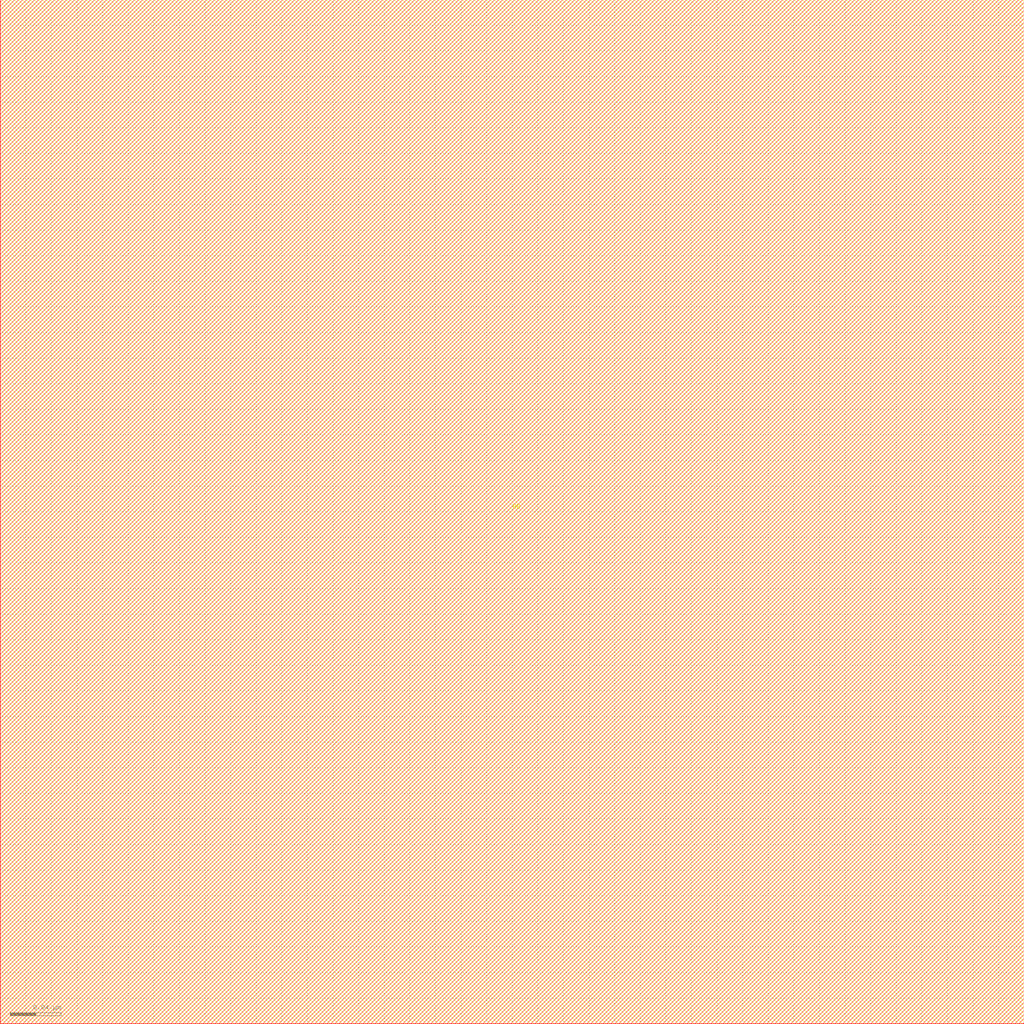
<source format=lef>
# BSD 3-Clause License
# 
# Copyright 2020 Lawrence T. Clark, Vinay Vashishtha, or Arizona State
# University
# 
# Redistribution and use in source and binary forms, with or without
# modification, are permitted provided that the following conditions are met:
# 
# 1. Redistributions of source code must retain the above copyright notice,
# this list of conditions and the following disclaimer.
# 
# 2. Redistributions in binary form must reproduce the above copyright
# notice, this list of conditions and the following disclaimer in the
# documentation and/or other materials provided with the distribution.
# 
# 3. Neither the name of the copyright holder nor the names of its
# contributors may be used to endorse or promote products derived from this
# software without specific prior written permission.
# 
# THIS SOFTWARE IS PROVIDED BY THE COPYRIGHT HOLDERS AND CONTRIBUTORS "AS IS"
# AND ANY EXPRESS OR IMPLIED WARRANTIES, INCLUDING, BUT NOT LIMITED TO, THE
# IMPLIED WARRANTIES OF MERCHANTABILITY AND FITNESS FOR A PARTICULAR PURPOSE
# ARE DISCLAIMED. IN NO EVENT SHALL THE COPYRIGHT HOLDER OR CONTRIBUTORS BE
# LIABLE FOR ANY DIRECT, INDIRECT, INCIDENTAL, SPECIAL, EXEMPLARY, OR
# CONSEQUENTIAL DAMAGES (INCLUDING, BUT NOT LIMITED TO, PROCUREMENT OF
# SUBSTITUTE GOODS OR SERVICES; LOSS OF USE, DATA, OR PROFITS; OR BUSINESS
# INTERRUPTION) HOWEVER CAUSED AND ON ANY THEORY OF LIABILITY, WHETHER IN
# CONTRACT, STRICT LIABILITY, OR TORT (INCLUDING NEGLIGENCE OR OTHERWISE)
# ARISING IN ANY WAY OUT OF THE USE OF THIS SOFTWARE, EVEN IF ADVISED OF THE
# POSSIBILITY OF SUCH DAMAGE.

VERSION 5.8 ;
BUSBITCHARS "[]" ;
DIVIDERCHAR "/" ;
CLEARANCEMEASURE EUCLIDEAN ;
USEMINSPACING OBS OFF ;

UNITS
  DATABASE MICRONS 1000 ;
END UNITS
MANUFACTURINGGRID 0.001 ;

# ========================
# Property Definitions
# ========================
PROPERTYDEFINITIONS
  LAYER LEF58_TYPE STRING ;
  LAYER LEF58_PITCH STRING ;
  LAYER LEF58_GAP STRING ;
  LAYER LEF58_EOLKEEPOUT STRING ;
  LAYER LEF58_SPACING STRING ;
  LAYER LEF58_CORNERSPACING STRING ;
  LAYER LEF58_WIDTHTABLE STRING ;
  LAYER LEF58_CUTCLASS STRING ;
  LAYER LEF58_SPACINGTABLE STRING ;
  LAYER LEF58_ENCLOSURE STRING ;
  LAYER LEF58_RIGHTWAYONGRIDONLY STRING ;
  LAYER LEF58_RECTONLY STRING ;
END PROPERTYDEFINITIONS

# ======================================================
# 1) LAYER DEFINITIONS (all layers first, ordered)
# ======================================================

# --- Base / Implants / Wells ---
LAYER LVTN
  TYPE IMPLANT ;
END LVTN

LAYER LVTP
  TYPE IMPLANT ;
END LVTP

LAYER RVTN
  TYPE IMPLANT ;
END RVTN

LAYER RVTP
  TYPE IMPLANT ;
END RVTP

LAYER RVTN_m
  TYPE IMPLANT ;
END RVTN_m

LAYER RVTP_m
  TYPE IMPLANT ;
END RVTP_m

LAYER SLVTN
  TYPE IMPLANT ;
END SLVTN

LAYER SLVTP
  TYPE IMPLANT ;
END SLVTP

LAYER nwell
  TYPE MASTERSLICE ;
  PROPERTY LEF58_TYPE "TYPE NWELL ;" ;
END nwell

LAYER pwell
  TYPE MASTERSLICE ;
  PROPERTY LEF58_TYPE "TYPE PWELL ;" ;
END pwell

LAYER Gate
  TYPE MASTERSLICE ;
END Gate

LAYER Active
  TYPE MASTERSLICE ;
END Active

# --- Bottom die stack (bottom-up) ---
# LAYER V0
#   TYPE CUT ;
#   SPACING 0.018 ;
#   WIDTH 0.018 ;
# END V0

LAYER M1
  TYPE ROUTING ;
  DIRECTION VERTICAL ;
  PITCH 0.036 ;
  WIDTH 0.018 ;
  SPACING 0.018 ;
  AREA 0.000666 ;
  SPACING 0.018 RANGE 0.036 1.0 ;
  PROPERTY LEF58_EOLKEEPOUT "EOLKEEPOUT 0.01825 EXTENSION 0.0 0.0 0.031 ;" ;
  PROPERTY LEF58_CORNERSPACING "CORNERSPACING CONVEXCORNER CORNERONLY 0.01 WIDTH 0.018 SPACING 0.018 ;" ;
  OFFSET 0.0 ;
# --- RC added from ict/setRC for M1 ---
  THICKNESS 0.036 ;
  HEIGHT 0.141 ;
  RESISTANCE RPERSQ 1.267515 ;
  CAPACITANCE CPERSQDIST 1.000000e-08 ;
  EDGECAPACITANCE 1.000000e-08 ;
END M1

LAYER V1
  TYPE CUT ;
  SPACING 0.018 ;
  WIDTH 0.018 ;
# --- RC added from ict/setRC for V1 ---
  RESISTANCE 17.2 ;
END V1

LAYER M2
  TYPE ROUTING ;
  DIRECTION HORIZONTAL ;
  WIDTH 0.018 ;
  SPACING 0.018 ;
  OFFSET -0.27 ;
  AREA 0.000666 ;
  MINSIZE 0.037 0.018 ;
  PITCH 0.045 0.036 ;
  PROPERTY LEF58_PITCH "
   PITCH 0.036 FIRSTLASTPITCH 0.045
     ;
   " ;
  PROPERTY LEF58_SPACING
   " SPACING 0.018 ENDOFLINE 0.025 WITHIN 0.02 ENDTOEND 0.031
     PARALLELEDGE 0.025 WITHIN 0.02 ; " ;
  PROPERTY LEF58_EOLKEEPOUT "
   EOLKEEPOUT 0.025 EXTENSION 0.0 0.0125 0.031 CORNERONLY ;
   " ;
  PROPERTY LEF58_CORNERSPACING "
   CORNERSPACING CONVEXCORNER WIDTH 0.0 SPACING 0.02 ;
   " ;
  PROPERTY LEF58_WIDTHTABLE "
   WIDTHTABLE 0.018 0.09 0.162 0.234 0.306 0.378 ;
   " ;
  PROPERTY LEF58_RIGHTWAYONGRIDONLY " RIGHTWAYONGRIDONLY ; " ;
  PROPERTY LEF58_RECTONLY " RECTONLY ; " ;
# --- RC added from ict/setRC for M2 ---
  THICKNESS 0.036 ;
  HEIGHT 0.213 ;
  RESISTANCE RPERSQ 0.83216 ;
  CAPACITANCE CPERSQDIST 0.003076 ;
  EDGECAPACITANCE 6.458970e-05 ;
END M2

LAYER V2
  TYPE CUT ;
  SPACING 0.018 ;
  WIDTH 0.018 ;
# --- RC added from ict/setRC for V2 ---
  RESISTANCE 17.2 ;
END V2

LAYER M3
  TYPE ROUTING ;
  DIRECTION VERTICAL ;
  PITCH 0.036 ;
  OFFSET 0.0 ;
  WIDTH 0.018 ;
  SPACING 0.018 ;
  AREA 0.000666 ;
  MINSIZE 0.037 0.018 ;
  PROPERTY LEF58_SPACING
   " SPACING 0.018 ENDOFLINE 0.025 WITHIN 0.0125 ENDTOEND 0.031
     PARALLELEDGE 0.025 WITHIN 0.02 ; " ;
  PROPERTY LEF58_EOLKEEPOUT "
   EOLKEEPOUT 0.025 EXTENSION 0.0 0.0125 0.031 CORNERONLY ;
   " ;
  PROPERTY LEF58_CORNERSPACING "
   CORNERSPACING CONVEXCORNER WIDTH 0.0 SPACING 0.02 ;
   " ;
  PROPERTY LEF58_WIDTHTABLE
   " WIDTHTABLE 0.018 0.09 0.162 0.234 0.306 0.378 ; " ;
  PROPERTY LEF58_RIGHTWAYONGRIDONLY " RIGHTWAYONGRIDONLY ; " ;
  PROPERTY LEF58_RECTONLY " RECTONLY ; " ;
# --- RC added from ict/setRC for M3 ---
  THICKNESS 0.036 ;
  HEIGHT 0.285 ;
  RESISTANCE RPERSQ 0.653852 ;
  CAPACITANCE CPERSQDIST 0.002566 ;
  EDGECAPACITANCE 5.388425e-05 ;
END M3

LAYER V3
  TYPE CUT ;
  PROPERTY LEF58_CUTCLASS "
   CUTCLASS V3 WIDTH 0.018 LENGTH 0.024 CUTS 1 ;
   CUTCLASS V3_0p480 WIDTH 0.018 LENGTH 0.12 CUTS 4 ;
   CUTCLASS V3_0p864 WIDTH 0.018 LENGTH 0.216 CUTS 8 ;
   " ;
  PROPERTY LEF58_SPACINGTABLE "
      SPACINGTABLE
       DEFAULT 0.034
       CUTCLASS V3 V3_0p480 V3_0p864
              V3       -  -        -        -  - -
              V3_0p480 -  -        -        -  - -
              V3_0p864 -  -        -        -  - -
      ;
   " ;
  PROPERTY LEF58_ENCLOSURE "
   ENCLOSURE CUTCLASS V3 BELOW EOL 0.0 0.005 0.0 ;
   ENCLOSURE CUTCLASS V3 ABOVE EOL 0.02425 0.011 0.0 ;
   ENCLOSURE CUTCLASS V3_0p480 END 0.0 SIDE 0.0 ;
   ENCLOSURE CUTCLASS V3_0p864 END 0.0 SIDE 0.0 ;
   " ;
# --- RC added from ict/setRC for V3 ---
  RESISTANCE 17.2 ;
END V3

LAYER M4
  TYPE ROUTING ;
  DIRECTION HORIZONTAL ;
  PITCH 0.048 ;
  WIDTH 0.024 ;
  SPACING 0.024 ;
  OFFSET 0.003 ;
  AREA 0.002 ;
  PROPERTY LEF58_SPACING " SPACING 0.024 ENDOFLINE 0.025 WITHIN 0.04 ENDTOEND 0.04 ; " ;
  PROPERTY LEF58_WIDTHTABLE " WIDTHTABLE 0.024 0.12 0.216 0.312 0.408 ; " ;
  PROPERTY LEF58_CORNERSPACING "   CORNERSPACING CONVEXCORNER CORNERONLY 0.048
   WIDTH 0.0 SPACING 0.04 ;
   " ;
  PROPERTY LEF58_EOLKEEPOUT "
   EOLKEEPOUT 0.025 EXTENSION 0.048 0.02425 0.048 CORNERONLY ;
   " ;
  SPACINGTABLE
    PARALLELRUNLENGTH 0.0
    WIDTH 0.0 0.024
    WIDTH 0.025 0.072 ;
  PROPERTY LEF58_RIGHTWAYONGRIDONLY " RIGHTWAYONGRIDONLY ; " ;
  PROPERTY LEF58_RECTONLY " RECTONLY ; " ;
# --- RC added from ict/setRC for M4 ---
  THICKNESS 0.048 ;
  HEIGHT 0.357 ;
  RESISTANCE RPERSQ 0.487399 ;
  CAPACITANCE CPERSQDIST 0.002368 ;
  EDGECAPACITANCE 6.630190e-05 ;
END M4

LAYER V4
  TYPE CUT ;
  PROPERTY LEF58_CUTCLASS "
   CUTCLASS Vx WIDTH 0.024 LENGTH 0.024 ;
   CUTCLASS Vx_0p480 WIDTH 0.024 LENGTH 0.12 CUTS 4 ;
   CUTCLASS Vx_0p864 WIDTH 0.024 LENGTH 0.216 CUTS 8 ;
   CUTCLASS Vx_1p248 WIDTH 0.024 LENGTH 0.312 CUTS 12 ;
   CUTCLASS Vx_1p632 WIDTH 0.024 LENGTH 0.408 CUTS 16 ;
   " ;
  PROPERTY LEF58_SPACINGTABLE "
      SPACINGTABLE
       DEFAULT 0.034
       CUTCLASS Vx Vx_0p480 Vx_0p864 Vx_1p248 Vx_1p632
              Vx       -  -        -        -        - -  -        -        -        -
              Vx_0p480 -  -        -        -        - -  -        -        -        -
	      Vx_0p864 -  -        -        -        - -  -        -        -        -
	      Vx_1p248 -  -        -        -        - -  -        -        -        -
	      Vx_1p632 -  -        -        -        - -  -        -        -        -
      ;
   " ;
  PROPERTY LEF58_ENCLOSURE "
   ENCLOSURE CUTCLASS Vx 0.011 0.0 ;
   ENCLOSURE CUTCLASS Vx EOL 0.0 0.011 0.011 ;
   ENCLOSURE CUTCLASS Vx_0p480 END 0.0 SIDE 0.0 ;
   ENCLOSURE CUTCLASS Vx_0p864 END 0.0 SIDE 0.0 ;
   ENCLOSURE CUTCLASS Vx_1p248 END 0.0 SIDE 0.0 ;
   ENCLOSURE CUTCLASS Vx_1p632 END 0.0 SIDE 0.0 ;
   " ;
# --- RC added from ict/setRC for V4 ---
  RESISTANCE 11.8 ;
END V4

LAYER M5
  TYPE ROUTING ;
  DIRECTION VERTICAL ;
  PITCH 0.048 ;
  WIDTH 0.024 ;
  SPACING 0.024 ;
  OFFSET 0.0 ;
  AREA 0.002 ;
  PROPERTY LEF58_SPACING " SPACING 0.024 ENDOFLINE 0.025 WITHIN 0.04 ENDTOEND 0.04 ; " ;
  MINIMUMDENSITY 15.0 ;
  MAXIMUMDENSITY 90.0 ;
  DENSITYCHECKWINDOW 20.0 20.0 ;
  DENSITYCHECKSTEP 10.0 ;
  PROPERTY LEF58_WIDTHTABLE
   " WIDTHTABLE 0.024 0.12 0.216 0.312 0.408 0.504 0.6 0.696 0.792 0.888 0.984 ; " ;
  PROPERTY LEF58_CORNERSPACING "
   CORNERSPACING CONVEXCORNER CORNERONLY 0.048
   WIDTH 0.0 SPACING 0.04 ;
   " ;
  PROPERTY LEF58_EOLKEEPOUT "
   EOLKEEPOUT 0.025 EXTENSION 0.048 0.02425 0.048
      CORNERONLY ;
   " ;
  SPACINGTABLE
    PARALLELRUNLENGTH 0.0
    WIDTH 0.0 0.024
    WIDTH 0.025 0.072 ;
  PROPERTY LEF58_RIGHTWAYONGRIDONLY " RIGHTWAYONGRIDONLY ; " ;
  PROPERTY LEF58_RECTONLY " RECTONLY ; " ;
# --- RC added from ict/setRC for M5 ---
  THICKNESS 0.048 ;
  HEIGHT 0.453 ;
  RESISTANCE RPERSQ 0.463212 ;
  CAPACITANCE CPERSQDIST 0.002145 ;
  EDGECAPACITANCE 6.005755e-05 ;
END M5

LAYER V5
  TYPE CUT ;
  PROPERTY LEF58_CUTCLASS "
   CUTCLASS Vx WIDTH 0.024 LENGTH 0.032 ;
   CUTCLASS Vx_0p480 WIDTH 0.024 LENGTH 0.16 CUTS 4 ;
   CUTCLASS Vx_0p864 WIDTH 0.024 LENGTH 0.288 CUTS 8 ;
   CUTCLASS Vx_1p248 WIDTH 0.024 LENGTH 0.416 CUTS 12 ;
   CUTCLASS Vx_1p632 WIDTH 0.024 LENGTH 0.544 CUTS 16 ;
   " ;
  PROPERTY LEF58_SPACINGTABLE "
      SPACINGTABLE
       DEFAULT 0.034
       CUTCLASS Vx Vx_0p480 Vx_0p864 Vx_1p248 Vx_1p632
              Vx       -  -        -        -        - -  -        -        -        -
              Vx_0p480 -  -        -        -        - -  -        -        -        -
	      Vx_0p864 -  -        -        -        - -  -        -        -        -
	      Vx_1p248 -  -        -        -        - -  -        -        -        -
	      Vx_1p632 -  -        -        -        - -  -        -        -        -
      ;
   " ;
  PROPERTY LEF58_ENCLOSURE "
   ENCLOSURE CUTCLASS Vx EOL 0.02425 0.011 0.011 ;
   ENCLOSURE CUTCLASS Vx_0p480 END 0.0 SIDE 0.0 ;
   ENCLOSURE CUTCLASS Vx_0p864 END 0.0 SIDE 0.0 ;
   ENCLOSURE CUTCLASS Vx_1p248 END 0.0 SIDE 0.0 ;
   ENCLOSURE CUTCLASS Vx_1p632 END 0.0 SIDE 0.0 ;
   " ;
# --- RC added from ict/setRC for V5 ---
  RESISTANCE 11.8 ;
END V5

LAYER M6
  TYPE ROUTING ;
  DIRECTION HORIZONTAL ;
  PITCH 0.064 ;
  WIDTH 0.032 ;
  SPACING 0.032 ;
  AREA 0.0021875 ;
  PROPERTY LEF58_SPACING
   " SPACING 0.032 ENDOFLINE 0.0375 WITHIN 0.04 ENDTOEND 0.04 ; " ;
  PROPERTY LEF58_WIDTHTABLE " WIDTHTABLE 0.032 0.16 0.288 0.416 0.544 ; " ;
  PROPERTY LEF58_CORNERSPACING "
   CORNERSPACING CONVEXCORNER CORNERONLY 0.048
   WIDTH 0.0 SPACING 0.04 ;
   " ;
  PROPERTY LEF58_EOLKEEPOUT "
   EOLKEEPOUT 0.05 EXTENSION 0.048 0.03225 0.048 CORNERONLY ;
   " ;
  SPACINGTABLE
    PARALLELRUNLENGTH 0.0
    WIDTH 0.0 0.032
    WIDTH 0.033 0.072 ;
  PROPERTY LEF58_RIGHTWAYONGRIDONLY " RIGHTWAYONGRIDONLY ; " ;
  PROPERTY LEF58_RECTONLY " RECTONLY ; " ;
# --- RC added from ict/setRC for M6 ---
  THICKNESS 0.064 ;
  HEIGHT 0.549 ;
  RESISTANCE RPERSQ 0.379581 ;
  CAPACITANCE CPERSQDIST 0.001651 ;
  EDGECAPACITANCE 6.165110e-05 ;
END M6

LAYER V6
  TYPE CUT ;
  PROPERTY LEF58_CUTCLASS "
   CUTCLASS Vx WIDTH 0.032 LENGTH 0.032 ;
   CUTCLASS Vx_0p640 WIDTH 0.032 LENGTH 0.16 CUTS 4 ;
   CUTCLASS Vx_1p152 WIDTH 0.032 LENGTH 0.288 CUTS 8 ;
   CUTCLASS Vx_1p664 WIDTH 0.032 LENGTH 0.416 CUTS 12 ;
   CUTCLASS Vx_2p176 WIDTH 0.032 LENGTH 0.544 CUTS 16 ;
   " ;
  PROPERTY LEF58_SPACINGTABLE "
      SPACINGTABLE
       DEFAULT 0.034
       CUTCLASS Vx Vx_0p640 Vx_1p152 Vx_1p664 Vx_2p176
              Vx       -  -        -        -        - -  -        -        -        -
              Vx_0p640 -  -        -        -        - -  -        -        -        -
	      Vx_1p152 -  -        -        -        - -  -        -        -        -
	      Vx_1p664 -  -        -        -        - -  -        -        -        -
	      Vx_2p176 -  -        -        -        - -  -        -        -        -
      ;
   " ;
  PROPERTY LEF58_ENCLOSURE "
   ENCLOSURE CUTCLASS Vx 0.011 0.0 ;
   ENCLOSURE CUTCLASS Vx EOL 0.0 0.011 0.011 ;
   ENCLOSURE CUTCLASS Vx_0p640 END 0.0 SIDE 0.0 ;
   ENCLOSURE CUTCLASS Vx_1p152 END 0.0 SIDE 0.0 ;
   ENCLOSURE CUTCLASS Vx_1p664 END 0.0 SIDE 0.0 ;
   ENCLOSURE CUTCLASS Vx_2p176 END 0.0 SIDE 0.0 ;
   " ;
# --- RC added from ict/setRC for V6 ---
  RESISTANCE 8.2 ;
END V6

LAYER M7
  TYPE ROUTING ;
  DIRECTION VERTICAL ;
  PITCH 0.064 ;
  WIDTH 0.032 ;
  SPACING 0.032 ;
  AREA 0.0021875 ;
  PROPERTY LEF58_SPACING
   " SPACING 0.03 ENDOFLINE 0.0375 WITHIN 0.04 ENDTOEND 0.04 ; " ;
  PROPERTY LEF58_WIDTHTABLE " WIDTHTABLE 0.032 0.16 0.288 0.416 0.544 ; " ;
  PROPERTY LEF58_CORNERSPACING "
   CORNERSPACING CONVEXCORNER CORNERONLY 0.075
   WIDTH 0.0 SPACING 0.04 ;
   " ;
  PROPERTY LEF58_EOLKEEPOUT "
   EOLKEEPOUT 0.05 EXTENSION 0.048 0.03225 0.048
      CORNERONLY ;
   " ;
  SPACINGTABLE
    PARALLELRUNLENGTH 0.0
    WIDTH 0.0 0.032
    WIDTH 0.033 0.072 ;
  PROPERTY LEF58_RIGHTWAYONGRIDONLY " RIGHTWAYONGRIDONLY ; " ;
  PROPERTY LEF58_RECTONLY " RECTONLY ; " ;
# --- RC added from ict/setRC for M7 ---
  THICKNESS 0.064 ;
  HEIGHT 0.677 ;
  RESISTANCE RPERSQ 0.400995 ;
  CAPACITANCE CPERSQDIST 0.001378 ;
  EDGECAPACITANCE 5.146050e-05 ;
END M7

LAYER hb_layer
  TYPE CUT ;
  SPACING 0.5 ;
  WIDTH 0.5 ;
  RESISTANCE 0.02 ;
END hb_layer

LAYER M6_m
  TYPE ROUTING ;
  DIRECTION HORIZONTAL ;
  PITCH 0.064 ;
  WIDTH 0.032 ;
  SPACING 0.032 ;
  AREA 0.0021875 ;
  PROPERTY LEF58_SPACING " SPACING 0.032 ENDOFLINE 0.0375 WITHIN 0.04 ENDTOEND 0.04 ; " ;
  PROPERTY LEF58_WIDTHTABLE " WIDTHTABLE 0.032 0.16 0.288 0.416 0.544 ; " ;
  PROPERTY LEF58_CORNERSPACING "
   CORNERSPACING CONVEXCORNER CORNERONLY 0.048
   WIDTH 0.0 SPACING 0.04 ;
   " ;
  PROPERTY LEF58_EOLKEEPOUT "
   EOLKEEPOUT 0.05 EXTENSION 0.048 0.03225 0.048 CORNERONLY ;
   " ;
  SPACINGTABLE
    PARALLELRUNLENGTH 0.0
    WIDTH 0.0 0.032
    WIDTH 0.033 0.072 ;
  PROPERTY LEF58_RIGHTWAYONGRIDONLY " RIGHTWAYONGRIDONLY ; " ;
  PROPERTY LEF58_RECTONLY " RECTONLY ; " ;
# --- RC added from ict/setRC for M6_m ---
  THICKNESS 0.064 ;
  HEIGHT 1.701 ;
  RESISTANCE RPERSQ 0.379581 ;
  CAPACITANCE CPERSQDIST 0.001651 ;
  EDGECAPACITANCE 6.165110e-05 ;
END M6_m

LAYER V5_m
  TYPE CUT ;
  PROPERTY LEF58_CUTCLASS "
   CUTCLASS Vx WIDTH 0.024 LENGTH 0.032 ;
   CUTCLASS Vx_0p480 WIDTH 0.024 LENGTH 0.16 CUTS 4 ;
   CUTCLASS Vx_0p864 WIDTH 0.024 LENGTH 0.288 CUTS 8 ;
   CUTCLASS Vx_1p248 WIDTH 0.024 LENGTH 0.416 CUTS 12 ;
   CUTCLASS Vx_1p632 WIDTH 0.024 LENGTH 0.544 CUTS 16 ;
   " ;
  PROPERTY LEF58_SPACINGTABLE "
      SPACINGTABLE
       DEFAULT 0.034
       CUTCLASS Vx Vx_0p480 Vx_0p864 Vx_1p248 Vx_1p632
              Vx       -  -        -        -        - -  -        -        -        -
              Vx_0p480 -  -        -        -        - -  -        -        -        -
	      Vx_0p864 -  -        -        -        - -  -        -        -        -
	      Vx_1p248 -  -        -        -        - -  -        -        -        -
	      Vx_1p632 -  -        -        -        - -  -        -        -        -
      ;
   " ;
  PROPERTY LEF58_ENCLOSURE "
   ENCLOSURE CUTCLASS Vx EOL 0.02425 0.011 0.011 ;
   ENCLOSURE CUTCLASS Vx_0p480 END 0.0 SIDE 0.0 ;
   ENCLOSURE CUTCLASS Vx_0p864 END 0.0 SIDE 0.0 ;
   ENCLOSURE CUTCLASS Vx_1p248 END 0.0 SIDE 0.0 ;
   ENCLOSURE CUTCLASS Vx_1p632 END 0.0 SIDE 0.0 ;
   " ;
# --- RC added from ict/setRC for V5_m ---
  RESISTANCE 11.8 ;
END V5_m

LAYER M5_m
  TYPE ROUTING ;
  DIRECTION VERTICAL ;
  PITCH 0.048 ;
  WIDTH 0.024 ;
  SPACING 0.024 ;
  OFFSET 0.0 ;
  AREA 0.002 ;
  PROPERTY LEF58_SPACING " SPACING 0.024 ENDOFLINE 0.025 WITHIN 0.04 ENDTOEND 0.04 ; " ;
  MINIMUMDENSITY 15.0 ;
  MAXIMUMDENSITY 90.0 ;
  DENSITYCHECKWINDOW 20.0 20.0 ;
  DENSITYCHECKSTEP 10.0 ;
  PROPERTY LEF58_WIDTHTABLE
   " WIDTHTABLE 0.024 0.12 0.216 0.312 0.408 0.504 0.6 0.696 0.792 0.888 0.984 ; " ;
  PROPERTY LEF58_CORNERSPACING "
   CORNERSPACING CONVEXCORNER CORNERONLY 0.048
   WIDTH 0.0 SPACING 0.04 ;
   " ;
  PROPERTY LEF58_EOLKEEPOUT "
   EOLKEEPOUT 0.025 EXTENSION 0.048 0.02425 0.048
      CORNERONLY ;
   " ;
  SPACINGTABLE
    PARALLELRUNLENGTH 0.0
    WIDTH 0.0 0.024
    WIDTH 0.025 0.072 ;
  PROPERTY LEF58_RIGHTWAYONGRIDONLY " RIGHTWAYONGRIDONLY ; " ;
  PROPERTY LEF58_RECTONLY " RECTONLY ; " ;
# --- RC added from ict/setRC for M5_m ---
  THICKNESS 0.048 ;
  HEIGHT 1.797 ;
  RESISTANCE RPERSQ 0.463212 ;
  CAPACITANCE CPERSQDIST 0.002145 ;
  EDGECAPACITANCE 6.005755e-05 ;
END M5_m

LAYER V4_m
  TYPE CUT ;
  PROPERTY LEF58_CUTCLASS "
   CUTCLASS Vx WIDTH 0.024 LENGTH 0.024 ;
   CUTCLASS Vx_0p480 WIDTH 0.024 LENGTH 0.12 CUTS 4 ;
   CUTCLASS Vx_0p864 WIDTH 0.024 LENGTH 0.216 CUTS 8 ;
   CUTCLASS Vx_1p248 WIDTH 0.024 LENGTH 0.312 CUTS 12 ;
   CUTCLASS Vx_1p632 WIDTH 0.024 LENGTH 0.408 CUTS 16 ;
   " ;
  PROPERTY LEF58_SPACINGTABLE "
      SPACINGTABLE
       DEFAULT 0.034
       CUTCLASS Vx Vx_0p480 Vx_0p864 Vx_1p248 Vx_1p632
              Vx       -  -        -        -        - -  -        -        -        -
              Vx_0p480 -  -        -        -        - -  -        -        -        -
	      Vx_0p864 -  -        -        -        - -  -        -        -        -
	      Vx_1p248 -  -        -        -        - -  -        -        -        -
	      Vx_1p632 -  -        -        -        - -  -        -        -        -
      ;
   " ;
  PROPERTY LEF58_ENCLOSURE "
   ENCLOSURE CUTCLASS Vx 0.011 0.0 ;
   ENCLOSURE CUTCLASS Vx EOL 0.0 0.011 0.011 ;
   ENCLOSURE CUTCLASS Vx_0p480 END 0.0 SIDE 0.0 ;
   ENCLOSURE CUTCLASS Vx_0p864 END 0.0 SIDE 0.0 ;
   ENCLOSURE CUTCLASS Vx_1p248 END 0.0 SIDE 0.0 ;
   ENCLOSURE CUTCLASS Vx_1p632 END 0.0 SIDE 0.0 ;
   " ;
# --- RC added from ict/setRC for V4_m ---
  RESISTANCE 11.8 ;
END V4_m

LAYER M4_m
  TYPE ROUTING ;
  DIRECTION HORIZONTAL ;
  PITCH 0.048 ;
  WIDTH 0.024 ;
  SPACING 0.024 ;
  OFFSET 0.003 ;
  AREA 0.002 ;
  PROPERTY LEF58_SPACING " SPACING 0.024 ENDOFLINE 0.025 WITHIN 0.04 ENDTOEND 0.04 ; " ;
  PROPERTY LEF58_WIDTHTABLE " WIDTHTABLE 0.024 0.12 0.216 0.312 0.408 ; " ;
  PROPERTY LEF58_CORNERSPACING "
   CORNERSPACING CONVEXCORNER CORNERONLY 0.048
   WIDTH 0.0 SPACING 0.04 ;
   " ;
  PROPERTY LEF58_EOLKEEPOUT "
   EOLKEEPOUT 0.025 EXTENSION 0.048 0.02425 0.048 CORNERONLY ;
   " ;
  SPACINGTABLE
    PARALLELRUNLENGTH 0.0
    WIDTH 0.0 0.024
    WIDTH 0.025 0.072 ;
  PROPERTY LEF58_RIGHTWAYONGRIDONLY " RIGHTWAYONGRIDONLY ; " ;
  PROPERTY LEF58_RECTONLY " RECTONLY ; " ;
# --- RC added from ict/setRC for M4_m ---
  THICKNESS 0.048 ;
  HEIGHT 1.893 ;
  RESISTANCE RPERSQ 0.487399 ;
  CAPACITANCE CPERSQDIST 0.002368 ;
  EDGECAPACITANCE 6.630190e-05 ;
END M4_m

LAYER V3_m
  TYPE CUT ;
  PROPERTY LEF58_CUTCLASS "
   CUTCLASS V3 WIDTH 0.018 LENGTH 0.024 CUTS 1 ;
   CUTCLASS V3_0p480 WIDTH 0.018 LENGTH 0.12 CUTS 4 ;
   CUTCLASS V3_0p864 WIDTH 0.018 LENGTH 0.216 CUTS 8 ;
   " ;
  PROPERTY LEF58_SPACINGTABLE "
      SPACINGTABLE
       DEFAULT 0.034
       CUTCLASS V3 V3_0p480 V3_0p864
              V3       -  -        -        -  - -
              V3_0p480 -  -        -        -  - -
              V3_0p864 -  -        -        -  - -
      ;
   " ;
  PROPERTY LEF58_ENCLOSURE "
   ENCLOSURE CUTCLASS V3 BELOW EOL 0.0 0.005 0.0 ;
   ENCLOSURE CUTCLASS V3 ABOVE EOL 0.02425 0.011 0.0 ;
   ENCLOSURE CUTCLASS V3_0p480 END 0.0 SIDE 0.0 ;
   ENCLOSURE CUTCLASS V3_0p864 END 0.0 SIDE 0.0 ;
   " ;
# --- RC added from ict/setRC for V3_m ---
  RESISTANCE 17.2 ;
END V3_m

LAYER M3_m
  TYPE ROUTING ;
  DIRECTION VERTICAL ;
  PITCH 0.036 ;
  OFFSET 0.0 ;
  WIDTH 0.018 ;
  SPACING 0.018 ;
  AREA 0.000666 ;
  MINSIZE 0.037 0.018 ;
  PROPERTY LEF58_SPACING
   " SPACING 0.018 ENDOFLINE 0.025 WITHIN 0.0125 ENDTOEND 0.031
     PARALLELEDGE 0.025 WITHIN 0.02 ; " ;
  PROPERTY LEF58_EOLKEEPOUT "
   EOLKEEPOUT 0.025 EXTENSION 0.0 0.0125 0.031 CORNERONLY ;
   " ;
  PROPERTY LEF58_CORNERSPACING "
   CORNERSPACING CONVEXCORNER WIDTH 0.0 SPACING 0.02
     ;
   " ;
  PROPERTY LEF58_WIDTHTABLE
   " WIDTHTABLE 0.018 0.09 0.162 0.234 0.306 0.378 ; " ;
  PROPERTY LEF58_RIGHTWAYONGRIDONLY " RIGHTWAYONGRIDONLY ; " ;
  PROPERTY LEF58_RECTONLY " RECTONLY ; " ;
# --- RC added from ict/setRC for M3_m ---
  THICKNESS 0.036 ;
  HEIGHT 1.965 ;
  RESISTANCE RPERSQ 0.653852 ;
  CAPACITANCE CPERSQDIST 0.002566 ;
  EDGECAPACITANCE 5.388425e-05 ;
END M3_m

LAYER V2_m
  TYPE CUT ;
  SPACING 0.018 ;
  WIDTH 0.018 ;
# --- RC added from ict/setRC for V2_m ---
  RESISTANCE 17.2 ;
END V2_m

LAYER M2_m
  TYPE ROUTING ;
  DIRECTION HORIZONTAL ;
  WIDTH 0.018 ;
  SPACING 0.018 ;
  OFFSET -0.27 ;
  AREA 0.000666 ;
  MINSIZE 0.037 0.018 ;
  PITCH 0.045 0.036 ;
  PROPERTY LEF58_PITCH "
   PITCH 0.036 FIRSTLASTPITCH 0.045
     ;
   " ;
  PROPERTY LEF58_SPACING
   " SPACING 0.018 ENDOFLINE 0.025 WITHIN 0.02 ENDTOEND 0.031
     PARALLELEDGE 0.025 WITHIN 0.02 ; " ;
  PROPERTY LEF58_EOLKEEPOUT "
   EOLKEEPOUT 0.025 EXTENSION 0.0 0.0125 0.031 CORNERONLY ;
   " ;
  PROPERTY LEF58_CORNERSPACING "
   CORNERSPACING CONVEXCORNER WIDTH 0.0 SPACING 0.02 ;
   " ;
  PROPERTY LEF58_WIDTHTABLE "
   WIDTHTABLE 0.018 0.09 0.162 0.234 0.306 0.378 ;
   " ;
  PROPERTY LEF58_RIGHTWAYONGRIDONLY " RIGHTWAYONGRIDONLY ; " ;
  PROPERTY LEF58_RECTONLY " RECTONLY ; " ;
# --- RC added from ict/setRC for M2_m ---
  THICKNESS 0.036 ;
  HEIGHT 2.037 ;
  RESISTANCE RPERSQ 0.83216 ;
  CAPACITANCE CPERSQDIST 0.003076 ;
  EDGECAPACITANCE 6.458970e-05 ;
END M2_m

LAYER V1_m
  TYPE CUT ;
  SPACING 0.018 ;
  WIDTH 0.018 ;
# --- RC added from ict/setRC for V1_m ---
  RESISTANCE 17.2 ;
END V1_m

LAYER M1_m
  TYPE ROUTING ;
  DIRECTION VERTICAL ;
  PITCH 0.036 ;
  WIDTH 0.018 ;
  SPACING 0.018 ;
  AREA 0.000666 ;
  PROPERTY LEF58_EOLKEEPOUT "EOLKEEPOUT 0.01825 EXTENSION 0.0 0.0 0.031 ;" ;
  PROPERTY LEF58_CORNERSPACING "CORNERSPACING CONVEXCORNER CORNERONLY 0.01 WIDTH 0.018 SPACING 0.018 ;" ;
  OFFSET 0.0 ;
# --- RC added from ict/setRC for M1_m ---
  THICKNESS 0.036 ;
  HEIGHT 2.109 ;
  RESISTANCE RPERSQ 1.267515 ;
  CAPACITANCE CPERSQDIST 1.000000e-08 ;
  EDGECAPACITANCE 1.000000e-08 ;
END M1_m

# LAYER V0_m
#   TYPE CUT ;
#   SPACING 0.018 ;
#   WIDTH 0.018 ;
# END V0_m
LAYER V1_add
  TYPE CUT ;
  SPACING 0.018 ;
  WIDTH 0.018 ;
# --- RC added from ict/setRC for V1_add ---
  RESISTANCE 17.2 ;
END V1_add

LAYER M2_add
  TYPE ROUTING ;
  DIRECTION HORIZONTAL ;
  WIDTH 0.018 ;
  SPACING 0.018 ;
  OFFSET -0.27 ;
  AREA 0.000666 ;
  MINSIZE 0.037 0.018 ;
  PITCH 0.045 0.036 ;
  PROPERTY LEF58_PITCH "
   PITCH 0.036 FIRSTLASTPITCH 0.045
     ;
  " ;
  PROPERTY LEF58_SPACING
   " SPACING 0.018 ENDOFLINE 0.025 WITHIN 0.02 ENDTOEND 0.031
     PARALLELEDGE 0.025 WITHIN 0.02 ; " ;
  PROPERTY LEF58_EOLKEEPOUT "
   EOLKEEPOUT 0.025 EXTENSION 0.0 0.0125 0.031 CORNERONLY ;
  " ;
  PROPERTY LEF58_CORNERSPACING "
   CORNERSPACING CONVEXCORNER WIDTH 0.0 SPACING 0.02 ;
  " ;
  PROPERTY LEF58_WIDTHTABLE "
   WIDTHTABLE 0.018 0.09 0.162 0.234 0.306 0.378 ;
  " ;
  PROPERTY LEF58_RIGHTWAYONGRIDONLY "
    RIGHTWAYONGRIDONLY ;
  " ;
  PROPERTY LEF58_RECTONLY "
    RECTONLY ;
  " ;
# --- RC added from ict/setRC for M2_add ---
  THICKNESS 0.036 ;
  HEIGHT 2.181 ;
  RESISTANCE RPERSQ 0.83216 ;
  CAPACITANCE CPERSQDIST 0.003076 ;
  EDGECAPACITANCE 6.458970e-05 ;
END M2_add

LAYER V2_add
  TYPE CUT ;
  SPACING 0.018 ;
  WIDTH 0.018 ;
# --- RC added from ict/setRC for V2_add ---
  RESISTANCE 17.2 ;
END V2_add

LAYER M3_add
  TYPE ROUTING ;
  DIRECTION VERTICAL ;
  PITCH 0.036 ;
  OFFSET 0.0 ;
  WIDTH 0.018 ;
  SPACING 0.018 ;
  AREA 0.000666 ;
  MINSIZE 0.037 0.018 ;
  PROPERTY LEF58_SPACING
   " SPACING 0.018 ENDOFLINE 0.025 WITHIN 0.0125 ENDTOEND 0.031
     PARALLELEDGE 0.025 WITHIN 0.02 ; " ;
  PROPERTY LEF58_EOLKEEPOUT "
   EOLKEEPOUT 0.025 EXTENSION 0.0 0.0125 0.031 CORNERONLY ;
  " ;
  PROPERTY LEF58_CORNERSPACING "
   CORNERSPACING CONVEXCORNER WIDTH 0.0 SPACING 0.02 ;
  " ;
  PROPERTY LEF58_WIDTHTABLE
   " WIDTHTABLE 0.018 0.09 0.162 0.234 0.306 0.378 ; " ;
  PROPERTY LEF58_RIGHTWAYONGRIDONLY "
    RIGHTWAYONGRIDONLY ;
  " ;
  PROPERTY LEF58_RECTONLY "
    RECTONLY ;
  " ;
# --- RC added from ict/setRC for M3_add ---
  THICKNESS 0.036 ;
  HEIGHT 2.253 ;
  RESISTANCE RPERSQ 0.653852 ;
  CAPACITANCE CPERSQDIST 0.002566 ;
  EDGECAPACITANCE 5.388425e-05 ;
END M3_add

VIA VIA12 Default
  LAYER M1 ;  RECT -0.009 -0.011 0.009 0.011 ;
  LAYER M2 ;  RECT -0.014 -0.009 0.014 0.009 ;
  LAYER V1 ;  RECT -0.009 -0.009 0.009 0.009 ;
END VIA12

VIA VIA23 Default
  LAYER M2 ;  RECT -0.014 -0.009 0.014 0.009 ;
  LAYER M3 ;  RECT -0.009 -0.014 0.009 0.014 ;
  LAYER V2 ;  RECT -0.009 -0.009 0.009 0.009 ;
END VIA23

VIA VIA34 Default
  LAYER M3 ;  RECT -0.009 -0.017 0.009 0.017 ;
  LAYER M4 ;  RECT -0.02 -0.012 0.02 0.012 ;
  LAYER V3 ;  RECT -0.009 -0.012 0.009 0.012 ;
END VIA34

VIA VIA45 Default
  LAYER M4 ;  RECT -0.023 -0.012 0.023 0.012 ;
  LAYER M5 ;  RECT -0.012 -0.023 0.012 0.023 ;
  LAYER V4 ;  RECT -0.012 -0.012 0.012 0.012 ;
END VIA45

VIA VIA56 Default
  LAYER M5 ;  RECT -0.012 -0.027 0.012 0.027 ;
  LAYER M6 ;  RECT -0.023 -0.016 0.023 0.016 ;
  LAYER V5 ;  RECT -0.012 -0.016 0.012 0.016 ;
END VIA56

VIA VIA67 Default
  LAYER M6 ;  RECT -0.027 -0.016 0.027 0.016 ;
  LAYER M7 ;  RECT -0.016 -0.027 0.016 0.027 ;
  LAYER V6 ;  RECT -0.016 -0.016 0.016 0.016 ;
END VIA67

VIA hb_layer_0 DEFAULT
  LAYER hb_layer ; RECT -0.25 -0.25 0.25 0.25 ;
  LAYER M7 ; RECT -0.25 -0.25 0.25 0.25 ;
  LAYER M6_m ; RECT -0.25 -0.25 0.25 0.25 ;
END hb_layer_0
VIA hb_layer_1 DEFAULT
  LAYER hb_layer ; RECT -0.25 -0.25 0.25 0.25 ;
  LAYER M7 ; RECT -0.5 -0.5 0.5 0.5 ;
  LAYER M6_m ; RECT -0.25 -0.5 0.25 0.5 ;
END hb_layer_1
VIA hb_layer_2 DEFAULT
  LAYER hb_layer ; RECT -0.25 -0.25 0.25 0.25 ;
  LAYER M7 ; RECT -0.5 -0.5 0.5 0.5 ;
  LAYER M6_m ; RECT -0.5 -0.25 0.5 0.25 ;
END hb_layer_2
VIA hb_layer_3 DEFAULT
  LAYER hb_layer ; RECT -0.25 -0.25 0.25 0.25 ;
  LAYER M7 ; RECT -0.25 -0.5 0.25 0.5 ;
  LAYER M6_m ; RECT -0.5 -0.5 0.5 0.5 ;
END hb_layer_3
VIA hb_layer_4 DEFAULT
  LAYER hb_layer ; RECT -0.25 -0.25 0.25 0.25 ;
  LAYER M7 ; RECT -0.25 -0.5 0.25 0.5 ;
  LAYER M6_m ; RECT -0.25 -0.5 0.25 0.5 ;
END hb_layer_4
VIA hb_layer_5 DEFAULT
  LAYER hb_layer ; RECT -0.25 -0.25 0.25 0.25 ;
  LAYER M7 ; RECT -0.25 -0.5 0.25 0.5 ;
  LAYER M6_m ; RECT -0.5 -0.25 0.5 0.25 ;
END hb_layer_5
VIA hb_layer_6 DEFAULT
  LAYER hb_layer ; RECT -0.25 -0.25 0.25 0.25 ;
  LAYER M7 ; RECT -0.5 -0.25 0.5 0.25 ;
  LAYER M6_m ; RECT -0.5 -0.5 0.5 0.5 ;
END hb_layer_6
VIA hb_layer_7 DEFAULT
  LAYER hb_layer ; RECT -0.25 -0.25 0.25 0.25 ;
  LAYER M7 ; RECT -0.5 -0.25 0.5 0.25 ;
  LAYER M6_m ; RECT -0.25 -0.5 0.25 0.5 ;
END hb_layer_7
VIA hb_layer_8 DEFAULT
  LAYER hb_layer ; RECT -0.25 -0.25 0.25 0.25 ;
  LAYER M7 ; RECT -0.5 -0.25 0.5 0.25 ;
  LAYER M6_m ; RECT -0.5 -0.25 0.5 0.25 ;
END hb_layer_8

VIA VIA56_m Default
  LAYER M5_m ; RECT -0.012 -0.027 0.012 0.027 ;
  LAYER M6_m ; RECT -0.023 -0.016 0.023 0.016 ;
  LAYER V5_m ; RECT -0.012 -0.016 0.012 0.016 ;
END VIA56_m

VIA VIA45_m Default
  LAYER M4_m ; RECT -0.023 -0.012 0.023 0.012 ;
  LAYER M5_m ; RECT -0.012 -0.023 0.012 0.023 ;
  LAYER V4_m ; RECT -0.012 -0.012 0.012 0.012 ;
END VIA45_m

VIA VIA34_m Default
  LAYER M3_m ; RECT -0.009 -0.017 0.009 0.017 ;
  LAYER M4_m ; RECT -0.02 -0.012 0.02 0.012 ;
  LAYER V3_m ; RECT -0.009 -0.012 0.009 0.012 ;
END VIA34_m

VIA VIA23_m Default
  LAYER M2_m ; RECT -0.014 -0.009 0.014 0.009 ;
  LAYER M3_m ; RECT -0.009 -0.014 0.009 0.014 ;
  LAYER V2_m ; RECT -0.009 -0.009 0.009 0.009 ;
END VIA23_m

VIA VIA12_m Default
  LAYER M1_m ; RECT -0.009 -0.011 0.009 0.011 ;
  LAYER M2_m ; RECT -0.014 -0.009 0.014 0.009 ;
  LAYER V1_m ; RECT -0.009 -0.009 0.009 0.009 ;
END VIA12_m

VIA VIA_M1m_M2add DEFAULT
  LAYER M1_m ;   RECT -0.009 -0.011 0.009 0.011 ;
  LAYER M2_add ; RECT -0.014 -0.009 0.014 0.009 ;
  LAYER V1_add ; RECT -0.009 -0.009 0.009 0.009 ;
END VIA_M1m_M2add

VIA VIA_M2add_M3add DEFAULT
  LAYER M2_add ; RECT -0.014 -0.009 0.014 0.009 ;
  LAYER M3_add ; RECT -0.009 -0.014 0.009 0.014 ;
  LAYER V2_add ; RECT -0.009 -0.009 0.009 0.009 ;
END VIA_M2add_M3add

# ======================================================
# 3) VIARULES (after layers & vias)
# ======================================================

VIARULE M7_M6 GENERATE DEFAULT
  LAYER M6 ; ENCLOSURE 0.011 0.0 ;
  LAYER M7 ; ENCLOSURE 0.0 0.011 ;
  LAYER V6 ;
    RECT -0.016 -0.016 0.016 0.016 ;
    SPACING 0.078 BY 0.078 ;
END M7_M6

VIARULE M6_M5 GENERATE DEFAULT
  LAYER M5 ; ENCLOSURE 0.011 0.0 ; WIDTH 0.024 TO 0.024 ;
  LAYER M6 ; ENCLOSURE 0.011 0.0 ; WIDTH 0.032 TO 0.032 ;
  LAYER V5 ;
    RECT -0.012 -0.016 0.012 0.016 ;
    SPACING 0.058 BY 0.308 ; # avoid dual cut on routing
END M6_M5

VIARULE M3_M2widePWR0p936 GENERATE
  LAYER M2 ; ENCLOSURE 0.0 0.0 ;
  LAYER M3 ; ENCLOSURE 0.0 0.0 ; WIDTH 0.234 TO 0.234 ;
  LAYER V2 ;
    RECT -0.117 -0.009 0.117 0.009 ;
    SPACING 0.277 BY 0.036 ;
END M3_M2widePWR0p936

VIARULE M4_M3widePWR0p864 GENERATE
  LAYER M3 ; ENCLOSURE 0.0 0.0 ; WIDTH 0.2335 TO 0.2345 ;
  LAYER M4 ; ENCLOSURE 0.0 0.0 ; WIDTH 0.2155 TO 0.2165 ;
  LAYER V3 ;
    RECT -0.009 -0.108 0.009 0.108 ;
    SPACING 0.036 BY 0.277 ;
END M4_M3widePWR0p864

VIARULE M5_M4widePWR0p864 GENERATE
  LAYER M4 ; ENCLOSURE 0.0 0.0 ;
  LAYER M5 ; ENCLOSURE 0.0 0.0 ; WIDTH 0.216 TO 0.216 ;
  LAYER V4 ;
    RECT -0.108 -0.012 0.108 0.012 ;
    SPACING 0.532 BY 0.096 ;
END M5_M4widePWR0p864

VIARULE M6_M5widePWR1p152 GENERATE
  LAYER M5 ; ENCLOSURE 0.0 0.0 ;
  LAYER M6 ; ENCLOSURE 0.0 0.0 ; WIDTH 0.288 TO 0.288 ;
  LAYER V5 ;
    RECT -0.012 -0.144 0.012 0.144 ;
    SPACING 0.096 BY 0.382 ;
END M6_M5widePWR1p152

VIARULE M7_M6widePWR1p152 GENERATE
  LAYER M6 ; ENCLOSURE 0.0 0.0 ;
  LAYER M7 ; ENCLOSURE 0.0 0.0 ;
  LAYER V6 ;
    RECT -0.144 -0.016 0.144 0.016 ;
    SPACING 0.532 BY 0.096 ;
END M7_M6widePWR1p152

VIARULE M2_M1 GENERATE DEFAULT
  LAYER M1 ; ENCLOSURE 0.0 0.0 ;
  LAYER M2 ; ENCLOSURE 0.002 0.0 ;
  LAYER V1 ;
    RECT -0.009 -0.009 0.009 0.009 ;
    SPACING 0.036 BY 0.036 ;
END M2_M1

VIARULE hb_layerArray-0 GENERATE
  LAYER M7 ;
    ENCLOSURE 0 0 ;
  LAYER M6_m ;
    ENCLOSURE 0 0 ;
  LAYER hb_layer ;
    RECT -0.25 -0.25 0.25 0.25 ;
    SPACING 1.05 BY 1.05 ;
END hb_layerArray-0

VIARULE M6_m_M5_m GENERATE DEFAULT
  LAYER M5_m ; ENCLOSURE 0.011 0.0 ; WIDTH 0.024 TO 0.024 ;
  LAYER M6_m ; ENCLOSURE 0.011 0.0 ; WIDTH 0.032 TO 0.032 ;
  LAYER V5_m ;
    RECT -0.012 -0.016 0.012 0.016 ;
    SPACING 0.058 BY 0.308 ;
END M6_m_M5_m

VIARULE M3_m_M2_mwidePWR0p936 GENERATE
  LAYER M2_m ; 
    ENCLOSURE 0.0 0.0 ;
  LAYER M3_m ; 
    ENCLOSURE 0.0 0.0 ; WIDTH 0.234 TO 0.234 ;
  LAYER V2_m ;
    RECT -0.117 -0.009 0.117 0.009 ;
    SPACING 0.277 BY 0.036 ;
END M3_m_M2_mwidePWR0p936

VIARULE M4_m_M3_mwidePWR0p864 GENERATE
  LAYER M3_m ; 
    ENCLOSURE 0.0 0.0 ; 
    WIDTH 0.2335 TO 0.2345 ;
  LAYER M4_m ; 
    ENCLOSURE 0.0 0.0 ; 
    WIDTH 0.2155 TO 0.2165 ;
  LAYER V3_m ;
    RECT -0.009 -0.108 0.009 0.108 ;
    SPACING 0.036 BY 0.277 ;
END M4_m_M3_mwidePWR0p864

VIARULE M5_m_M4_mwidePWR0p864 GENERATE
  LAYER M4_m ; ENCLOSURE 0.0 0.0 ;
  LAYER M5_m ; ENCLOSURE 0.0 0.0 ; WIDTH 0.216 TO 0.216 ;
  LAYER V4_m ;
    RECT -0.108 -0.012 0.108 0.012 ;
    SPACING 0.532 BY 0.096 ;
END M5_m_M4_mwidePWR0p864

VIARULE M6_m_M5_mwidePWR1p152 GENERATE
  LAYER M5_m ; ENCLOSURE 0.0 0.0 ;
  LAYER M6_m ; ENCLOSURE 0.0 0.0 ; WIDTH 0.288 TO 0.288 ;
  LAYER V5_m ;
    RECT -0.012 -0.144 0.012 0.144 ;
    SPACING 0.096 BY 0.382 ;
END M6_m_M5_mwidePWR1p152

VIARULE M2_m_M1_m GENERATE DEFAULT
  LAYER M1_m ; ENCLOSURE 0.0 0.0 ;
  LAYER M2_m ; ENCLOSURE 0.002 0.0 ;
  LAYER V1_m ;
    RECT -0.009 -0.009 0.009 0.009 ;
    SPACING 0.036 BY 0.036 ;
END M2_m_M1_m

VIARULE M2add_M1m GENERATE DEFAULT
  LAYER M1_m ; ENCLOSURE 0.0 0.0 ;
  LAYER M2_add ; ENCLOSURE 0.002 0.0 ;
  LAYER V1_add ;
    RECT -0.009 -0.009 0.009 0.009 ;
    SPACING 0.036 BY 0.036 ;
END M2add_M1m

VIARULE M3add_M2add GENERATE DEFAULT
  LAYER M2_add ; ENCLOSURE 0.0 0.0 ;
  LAYER M3_add ; ENCLOSURE 0.0 0.0 ;
  LAYER V2_add ;
    RECT -0.009 -0.009 0.009 0.009 ;
    SPACING 0.036 BY 0.036 ;
END M3add_M2add

END LIBRARY

MACRO HBT_BUF_bottom
  CLASS COVER ;
  ORIGIN 0.0 0.0 ;
  SIZE 0.8 BY 0.8 ;  
  SYMMETRY X Y R90 ;
  SITE CORE ;         

  PIN HB
    DIRECTION INOUT ;
    USE SIGNAL ;
    PORT
      LAYER M7 ;
        RECT 0.0 0.0 0.8 0.8 ;
    END
  END HB

END HBT_BUF_bottom

MACRO HBT_BUF_T
  CLASS COVER ;
  ORIGIN 0.0 0.0 ;
  SIZE 0.8 BY 0.8 ;   
  SYMMETRY X Y R90 ;
  SITE CORE ;         

  PIN HB
    DIRECTION INOUT ;
    USE SIGNAL ;
    PORT
      LAYER M6_m ;
        RECT 0.0 0.0 0.8 0.8 ;
    END
  END HB

END HBT_BUF_T

</source>
